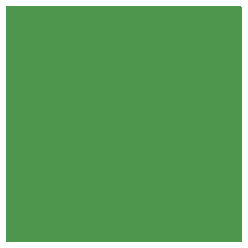
<source format=gbr>
%TF.GenerationSoftware,KiCad,Pcbnew,8.0.8*%
%TF.CreationDate,2025-07-13T10:39:08+12:00*%
%TF.ProjectId,esf1,65736631-2e6b-4696-9361-645f70636258,rev?*%
%TF.SameCoordinates,Original*%
%TF.FileFunction,Copper,L2,Inr*%
%TF.FilePolarity,Positive*%
%FSLAX46Y46*%
G04 Gerber Fmt 4.6, Leading zero omitted, Abs format (unit mm)*
G04 Created by KiCad (PCBNEW 8.0.8) date 2025-07-13 10:39:08*
%MOMM*%
%LPD*%
G01*
G04 APERTURE LIST*
G04 APERTURE END LIST*
%TA.AperFunction,NonConductor*%
G36*
X9950639Y9987915D02*
G01*
X9996394Y9935111D01*
X10007600Y9883600D01*
X10007600Y-9883600D01*
X9987915Y-9950639D01*
X9935111Y-9996394D01*
X9883600Y-10007600D01*
X-9858200Y-10007600D01*
X-9925239Y-9987915D01*
X-9970994Y-9935111D01*
X-9982200Y-9883600D01*
X-9982200Y9883600D01*
X-9962515Y9950639D01*
X-9909711Y9996394D01*
X-9858200Y10007600D01*
X9883600Y10007600D01*
X9950639Y9987915D01*
G37*
%TD.AperFunction*%
M02*

</source>
